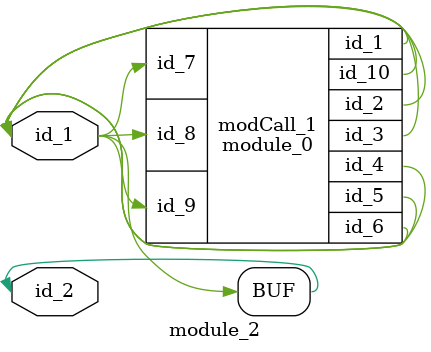
<source format=v>
module module_0 (
    id_1,
    id_2,
    id_3,
    id_4,
    id_5,
    id_6,
    id_7,
    id_8,
    id_9,
    id_10
);
  inout wire id_10;
  input wire id_9;
  input wire id_8;
  input wire id_7;
  inout wire id_6;
  output wire id_5;
  output wire id_4;
  inout wire id_3;
  inout wire id_2;
  output wire id_1;
  wire id_11;
endmodule
module module_1;
  assign id_1 = 1;
  module_0 modCall_1 (
      id_1,
      id_1,
      id_1,
      id_1,
      id_1,
      id_1,
      id_1,
      id_1,
      id_1,
      id_1
  );
endmodule
module module_2 (
    id_1,
    id_2
);
  inout wire id_2;
  inout wire id_1;
  assign id_1 = id_2;
  module_0 modCall_1 (
      id_2,
      id_1,
      id_1,
      id_2,
      id_2,
      id_1,
      id_2,
      id_2,
      id_2,
      id_2
  );
  wire id_3;
endmodule

</source>
